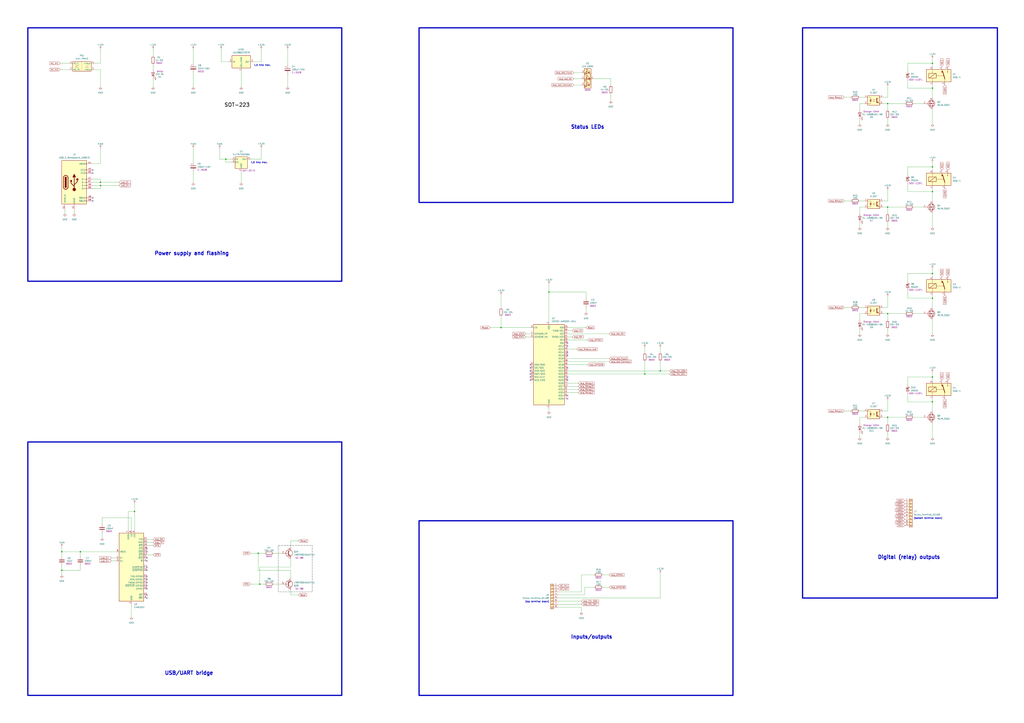
<source format=kicad_sch>
(kicad_sch (version 20250114) (generator "eeschema") (generator_version "9.0")
  (paper "A1")
  (title_block (title "ESP32-box") (date "2025-07-07") (rev "1b") (company "Tiny Devices"))
  (rectangle (start 344.17 427.99) (end 601.98 571.5) (stroke (width 1)))
  (rectangle (start 344.17 22.86) (end 601.98 166.37) (stroke (width 1)))
  (rectangle (start 659.13 22.86) (end 819.15 491.49) (stroke (width 1)))
  (rectangle (start 22.86 22.86) (end 280.67 231.14) (stroke (width 1)))
  (rectangle (start 22.86 363.22) (end 280.67 571.5) (stroke (width 1)))
  (rectangle (start 228.6 448.31) (end 256.54 486.41) (stroke (width 0) (type dash) (color 0 0 0 1)))
  (text "Digital (relay) outputs" (at 746.506 457.962 0) (effects (font (size 3 3) (thickness 0.6) (bold yes))))
  (text "USB/UART bridge" (at 155.194 553.212 0) (effects (font (size 3 3) (thickness 0.6) (bold yes))))
  (text "Power supply and flashing" (at 157.48 208.28 0) (effects (font (size 3 3) (thickness 0.6) (bold yes))))
  (text "(bottom terminal block)" (at 762.254 425.958 0) (effects (font (size 1.27 1.27) (thickness 0.254) (bold yes))))
  (text "Status LEDs" (at 482.6 104.394 0) (effects (font (size 3 3) (thickness 0.6) (bold yes))))
  (text "Inputs/outputs" (at 485.902 523.494 0) (effects (font (size 3 3) (thickness 0.6) (bold yes))))
  (text "SOT-223" (at 184.15 88.138 0) (effects (font (size 3 3) (thickness 0.4) (bold yes)) (justify left bottom)))
  (text "1.5 Amp max." (at 215.392 53.594 0) (effects (font (size 1.27 1.27) (thickness 0.254) (bold yes))))
  (text "(top terminal block)" (at 441.198 494.538 0) (effects (font (size 1.27 1.27) (thickness 0.254) (bold yes))))
  (text "1.0 Amp max." (at 212.852 133.604 0) (effects (font (size 1.27 1.27) (thickness 0.254) (bold yes))))
  (junction (at 450.85 240.03))
  (junction (at 50.8 453.39))
  (junction (at 765.81 72.39))
  (junction (at 82.55 149.86))
  (junction (at 50.8 468.63))
  (junction (at 213.36 480.06))
  (junction (at 185.42 130.81))
  (junction (at 728.98 170.18))
  (junction (at 765.81 157.48))
  (junction (at 542.29 304.8))
  (junction (at 728.98 342.9))
  (junction (at 765.81 330.2))
  (junction (at 529.59 307.34))
  (junction (at 765.81 224.79))
  (junction (at 212.09 454.66))
  (junction (at 765.81 137.16))
  (junction (at 110.49 420.37))
  (junction (at 765.81 52.07))
  (junction (at 728.98 257.81))
  (junction (at 411.48 269.24))
  (junction (at 66.04 453.39))
  (junction (at 728.98 85.09))
  (junction (at 765.81 309.88))
  (junction (at 765.81 245.11))
  (junction (at 82.55 152.4))
  (no_connect (at 435.61 304.8))
  (no_connect (at 120.65 450.85))
  (no_connect (at 76.2 165.1))
  (no_connect (at 435.61 309.88))
  (no_connect (at 435.61 307.34))
  (no_connect (at 466.09 325.12))
  (no_connect (at 76.2 162.56))
  (no_connect (at 120.65 461.01))
  (no_connect (at 120.65 483.87))
  (no_connect (at 120.65 488.95))
  (no_connect (at 120.65 473.71))
  (no_connect (at 120.65 466.09))
  (no_connect (at 120.65 476.25))
  (no_connect (at 435.61 299.72))
  (no_connect (at 466.09 281.94))
  (no_connect (at 120.65 458.47))
  (no_connect (at 120.65 453.39))
  (no_connect (at 435.61 312.42))
  (no_connect (at 466.09 292.1))
  (no_connect (at 76.2 142.24))
  (no_connect (at 435.61 302.26))
  (no_connect (at 466.09 309.88))
  (no_connect (at 76.2 139.7))
  (no_connect (at 466.09 284.48))
  (no_connect (at 466.09 327.66))
  (no_connect (at 466.09 312.42))
  (no_connect (at 120.65 468.63))
  (no_connect (at 120.65 481.33))
  (no_connect (at 466.09 302.26))
  (no_connect (at 120.65 478.79))
  (no_connect (at 120.65 491.49))
  (no_connect (at 466.09 289.56))
  (wire (pts (xy 728.98 156.21) (xy 728.98 165.1)))
  (wire (pts (xy 471.17 64.77) (xy 477.52 64.77)))
  (wire (pts (xy 76.2 134.62) (xy 82.55 134.62)))
  (wire (pts (xy 450.85 240.03) (xy 450.85 264.16)))
  (wire (pts (xy 480.06 488.95) (xy 480.06 482.6)))
  (wire (pts (xy 728.98 337.82) (xy 725.17 337.82)))
  (wire (pts (xy 745.49 309.88) (xy 765.81 309.88)))
  (wire (pts (xy 765.81 52.07) (xy 765.81 54.61)))
  (wire (pts (xy 50.8 457.2) (xy 50.8 453.39)))
  (wire (pts (xy 549.91 307.34) (xy 529.59 307.34)))
  (wire (pts (xy 473.71 287.02) (xy 466.09 287.02)))
  (wire (pts (xy 745.49 151.13) (xy 745.49 157.48)))
  (wire (pts (xy 125.73 445.77) (xy 120.65 445.77)))
  (wire (pts (xy 458.47 491.49) (xy 542.29 491.49)))
  (wire (pts (xy 205.74 454.66) (xy 212.09 454.66)))
  (wire (pts (xy 205.74 480.06) (xy 213.36 480.06)))
  (wire (pts (xy 224.79 480.06) (xy 231.14 480.06)))
  (wire (pts (xy 180.34 130.81) (xy 180.34 121.92)))
  (wire (pts (xy 82.55 149.86) (xy 97.79 149.86)))
  (wire (pts (xy 474.98 314.96) (xy 466.09 314.96)))
  (wire (pts (xy 471.17 59.69) (xy 477.52 59.69)))
  (wire (pts (xy 450.85 233.68) (xy 450.85 240.03)))
  (wire (pts (xy 66.04 453.39) (xy 66.04 457.2)))
  (wire (pts (xy 212.09 468.63) (xy 212.09 454.66)))
  (wire (pts (xy 50.8 468.63) (xy 50.8 464.82)))
  (wire (pts (xy 542.29 471.17) (xy 542.29 491.49)))
  (wire (pts (xy 745.49 52.07) (xy 765.81 52.07)))
  (wire (pts (xy 765.81 274.32) (xy 765.81 262.89)))
  (wire (pts (xy 765.81 186.69) (xy 765.81 175.26)))
  (wire (pts (xy 745.49 224.79) (xy 765.81 224.79)))
  (wire (pts (xy 765.81 224.79) (xy 765.81 227.33)))
  (wire (pts (xy 765.81 245.11) (xy 765.81 252.73)))
  (wire (pts (xy 105.41 420.37) (xy 110.49 420.37)))
  (wire (pts (xy 728.98 71.12) (xy 728.98 80.01)))
  (wire (pts (xy 50.8 472.44) (xy 50.8 468.63)))
  (wire (pts (xy 471.17 69.85) (xy 477.52 69.85)))
  (wire (pts (xy 745.49 330.2) (xy 765.81 330.2)))
  (wire (pts (xy 745.49 323.85) (xy 745.49 330.2)))
  (wire (pts (xy 728.98 170.18) (xy 742.95 170.18)))
  (wire (pts (xy 458.47 496.57) (xy 477.52 496.57)))
  (wire (pts (xy 213.36 466.09) (xy 213.36 480.06)))
  (wire (pts (xy 474.98 322.58) (xy 466.09 322.58)))
  (wire (pts (xy 765.81 72.39) (xy 765.81 80.01)))
  (wire (pts (xy 181.61 50.8) (xy 181.61 40.64)))
  (wire (pts (xy 765.81 133.35) (xy 765.81 137.16)))
  (wire (pts (xy 480.06 482.6) (xy 487.68 482.6)))
  (wire (pts (xy 481.33 269.24) (xy 466.09 269.24)))
  (wire (pts (xy 107.95 506.73) (xy 107.95 496.57)))
  (wire (pts (xy 529.59 297.18) (xy 529.59 307.34)))
  (wire (pts (xy 706.12 97.79) (xy 706.12 101.6)))
  (wire (pts (xy 82.55 147.32) (xy 82.55 149.86)))
  (wire (pts (xy 745.49 137.16) (xy 765.81 137.16)))
  (wire (pts (xy 500.38 294.64) (xy 466.09 294.64)))
  (wire (pts (xy 238.76 488.95) (xy 238.76 485.14)))
  (wire (pts (xy 745.49 143.51) (xy 745.49 137.16)))
  (wire (pts (xy 728.98 257.81) (xy 728.98 262.89)))
  (wire (pts (xy 91.44 458.47) (xy 95.25 458.47)))
  (wire (pts (xy 91.44 461.01) (xy 95.25 461.01)))
  (wire (pts (xy 213.36 480.06) (xy 217.17 480.06)))
  (wire (pts (xy 693.42 252.73) (xy 698.5 252.73)))
  (wire (pts (xy 765.81 242.57) (xy 765.81 245.11)))
  (wire (pts (xy 765.81 359.41) (xy 765.81 347.98)))
  (wire (pts (xy 238.76 459.74) (xy 238.76 466.09)))
  (wire (pts (xy 214.63 130.81) (xy 205.74 130.81)))
  (wire (pts (xy 728.98 80.01) (xy 725.17 80.01)))
  (wire (pts (xy 469.9 271.78) (xy 466.09 271.78)))
  (wire (pts (xy 458.47 499.11) (xy 477.52 499.11)))
  (wire (pts (xy 236.22 53.34) (xy 236.22 40.64)))
  (wire (pts (xy 474.98 317.5) (xy 466.09 317.5)))
  (wire (pts (xy 238.76 468.63) (xy 212.09 468.63)))
  (wire (pts (xy 110.49 414.02) (xy 110.49 420.37)))
  (wire (pts (xy 50.8 453.39) (xy 66.04 453.39)))
  (wire (pts (xy 765.81 306.07) (xy 765.81 309.88)))
  (wire (pts (xy 706.12 85.09) (xy 706.12 90.17)))
  (wire (pts (xy 481.33 240.03) (xy 450.85 240.03)))
  (wire (pts (xy 728.98 257.81) (xy 742.95 257.81)))
  (wire (pts (xy 765.81 327.66) (xy 765.81 330.2)))
  (wire (pts (xy 728.98 186.69) (xy 728.98 182.88)))
  (wire (pts (xy 765.81 69.85) (xy 765.81 72.39)))
  (wire (pts (xy 212.09 454.66) (xy 217.17 454.66)))
  (wire (pts (xy 76.2 149.86) (xy 82.55 149.86)))
  (wire (pts (xy 76.2 147.32) (xy 82.55 147.32)))
  (wire (pts (xy 750.57 342.9) (xy 758.19 342.9)))
  (wire (pts (xy 728.98 359.41) (xy 728.98 355.6)))
  (wire (pts (xy 750.57 85.09) (xy 758.19 85.09)))
  (wire (pts (xy 477.52 486.41) (xy 477.52 472.44)))
  (wire (pts (xy 458.47 486.41) (xy 477.52 486.41)))
  (wire (pts (xy 158.75 121.92) (xy 158.75 133.35)))
  (wire (pts (xy 83.82 438.15) (xy 83.82 441.96)))
  (wire (pts (xy 76.2 152.4) (xy 82.55 152.4)))
  (wire (pts (xy 238.76 444.5) (xy 238.76 449.58)))
  (wire (pts (xy 125.73 455.93) (xy 120.65 455.93)))
  (wire (pts (xy 728.98 165.1) (xy 725.17 165.1)))
  (wire (pts (xy 728.98 274.32) (xy 728.98 270.51)))
  (wire (pts (xy 542.29 297.18) (xy 542.29 304.8)))
  (wire (pts (xy 245.11 488.95) (xy 238.76 488.95)))
  (wire (pts (xy 469.9 276.86) (xy 466.09 276.86)))
  (wire (pts (xy 745.49 231.14) (xy 745.49 224.79)))
  (wire (pts (xy 60.96 175.26) (xy 60.96 172.72)))
  (wire (pts (xy 745.49 238.76) (xy 745.49 245.11)))
  (wire (pts (xy 706.12 257.81) (xy 709.93 257.81)))
  (wire (pts (xy 709.93 252.73) (xy 706.12 252.73)))
  (wire (pts (xy 549.91 304.8) (xy 542.29 304.8)))
  (wire (pts (xy 765.81 309.88) (xy 765.81 312.42)))
  (wire (pts (xy 728.98 170.18) (xy 728.98 175.26)))
  (wire (pts (xy 474.98 320.04) (xy 466.09 320.04)))
  (wire (pts (xy 765.81 48.26) (xy 765.81 52.07)))
  (wire (pts (xy 77.47 57.15) (xy 82.55 57.15)))
  (wire (pts (xy 706.12 170.18) (xy 706.12 175.26)))
  (wire (pts (xy 66.04 464.82) (xy 66.04 468.63)))
  (wire (pts (xy 158.75 40.64) (xy 158.75 52.07)))
  (wire (pts (xy 82.55 134.62) (xy 82.55 121.92)))
  (wire (pts (xy 198.12 149.86) (xy 198.12 140.97)))
  (wire (pts (xy 66.04 468.63) (xy 50.8 468.63)))
  (wire (pts (xy 125.73 448.31) (xy 120.65 448.31)))
  (wire (pts (xy 765.81 220.98) (xy 765.81 224.79)))
  (wire (pts (xy 82.55 152.4) (xy 82.55 154.94)))
  (wire (pts (xy 458.47 488.95) (xy 480.06 488.95)))
  (wire (pts (xy 431.8 274.32) (xy 435.61 274.32)))
  (wire (pts (xy 214.63 121.92) (xy 214.63 130.81)))
  (wire (pts (xy 728.98 252.73) (xy 725.17 252.73)))
  (wire (pts (xy 745.49 58.42) (xy 745.49 52.07)))
  (wire (pts (xy 745.49 316.23) (xy 745.49 309.88)))
  (wire (pts (xy 76.2 154.94) (xy 82.55 154.94)))
  (wire (pts (xy 82.55 52.07) (xy 77.47 52.07)))
  (wire (pts (xy 477.52 472.44) (xy 487.68 472.44)))
  (wire (pts (xy 750.57 257.81) (xy 758.19 257.81)))
  (wire (pts (xy 198.12 71.12) (xy 198.12 58.42)))
  (wire (pts (xy 745.49 245.11) (xy 765.81 245.11)))
  (wire (pts (xy 728.98 85.09) (xy 728.98 90.17)))
  (wire (pts (xy 745.49 72.39) (xy 765.81 72.39)))
  (wire (pts (xy 706.12 170.18) (xy 709.93 170.18)))
  (wire (pts (xy 458.47 494.03) (xy 477.52 494.03)))
  (wire (pts (xy 706.12 182.88) (xy 706.12 186.69)))
  (wire (pts (xy 765.81 330.2) (xy 765.81 337.82)))
  (wire (pts (xy 238.76 466.09) (xy 213.36 466.09)))
  (wire (pts (xy 482.6 299.72) (xy 466.09 299.72)))
  (wire (pts (xy 125.73 53.34) (xy 125.73 57.15)))
  (wire (pts (xy 765.81 157.48) (xy 765.81 165.1)))
  (wire (pts (xy 706.12 270.51) (xy 706.12 274.32)))
  (wire (pts (xy 501.65 77.47) (xy 501.65 82.55)))
  (wire (pts (xy 693.42 165.1) (xy 698.5 165.1)))
  (wire (pts (xy 236.22 60.96) (xy 236.22 71.12)))
  (wire (pts (xy 706.12 257.81) (xy 706.12 262.89)))
  (wire (pts (xy 487.68 64.77) (xy 501.65 64.77)))
  (wire (pts (xy 725.17 342.9) (xy 728.98 342.9)))
  (wire (pts (xy 185.42 133.35) (xy 185.42 130.81)))
  (wire (pts (xy 66.04 453.39) (xy 95.25 453.39)))
  (wire (pts (xy 709.93 165.1) (xy 706.12 165.1)))
  (wire (pts (xy 728.98 342.9) (xy 742.95 342.9)))
  (wire (pts (xy 477.52 499.11) (xy 477.52 502.92)))
  (wire (pts (xy 745.49 66.04) (xy 745.49 72.39)))
  (wire (pts (xy 53.34 175.26) (xy 53.34 172.72)))
  (wire (pts (xy 500.38 472.44) (xy 495.3 472.44)))
  (wire (pts (xy 187.96 50.8) (xy 181.61 50.8)))
  (wire (pts (xy 529.59 285.75) (xy 529.59 289.56)))
  (wire (pts (xy 224.79 454.66) (xy 231.14 454.66)))
  (wire (pts (xy 411.48 242.57) (xy 411.48 252.73)))
  (wire (pts (xy 82.55 40.64) (xy 82.55 52.07)))
  (wire (pts (xy 402.59 269.24) (xy 411.48 269.24)))
  (wire (pts (xy 500.38 274.32) (xy 466.09 274.32)))
  (wire (pts (xy 693.42 80.01) (xy 698.5 80.01)))
  (wire (pts (xy 82.55 152.4) (xy 97.79 152.4)))
  (wire (pts (xy 245.11 444.5) (xy 238.76 444.5)))
  (wire (pts (xy 725.17 85.09) (xy 728.98 85.09)))
  (wire (pts (xy 709.93 337.82) (xy 706.12 337.82)))
  (wire (pts (xy 50.8 449.58) (xy 50.8 453.39)))
  (wire (pts (xy 709.93 80.01) (xy 706.12 80.01)))
  (wire (pts (xy 158.75 59.69) (xy 158.75 71.12)))
  (wire (pts (xy 481.33 240.03) (xy 481.33 245.11)))
  (wire (pts (xy 542.29 285.75) (xy 542.29 289.56)))
  (wire (pts (xy 495.3 482.6) (xy 500.38 482.6)))
  (wire (pts (xy 431.8 276.86) (xy 435.61 276.86)))
  (wire (pts (xy 765.81 154.94) (xy 765.81 157.48)))
  (wire (pts (xy 125.73 64.77) (xy 125.73 71.12)))
  (wire (pts (xy 214.63 40.64) (xy 214.63 50.8)))
  (wire (pts (xy 107.95 425.45) (xy 83.82 425.45)))
  (wire (pts (xy 693.42 337.82) (xy 698.5 337.82)))
  (wire (pts (xy 49.53 57.15) (xy 57.15 57.15)))
  (wire (pts (xy 745.49 157.48) (xy 765.81 157.48)))
  (wire (pts (xy 500.38 297.18) (xy 466.09 297.18)))
  (wire (pts (xy 529.59 307.34) (xy 466.09 307.34)))
  (wire (pts (xy 214.63 50.8) (xy 208.28 50.8)))
  (wire (pts (xy 725.17 170.18) (xy 728.98 170.18)))
  (wire (pts (xy 185.42 130.81) (xy 180.34 130.81)))
  (wire (pts (xy 411.48 269.24) (xy 435.61 269.24)))
  (wire (pts (xy 481.33 252.73) (xy 481.33 256.54)))
  (wire (pts (xy 542.29 304.8) (xy 466.09 304.8)))
  (wire (pts (xy 450.85 337.82) (xy 450.85 335.28)))
  (wire (pts (xy 765.81 137.16) (xy 765.81 139.7)))
  (wire (pts (xy 238.76 474.98) (xy 238.76 468.63)))
  (wire (pts (xy 125.73 40.64) (xy 125.73 45.72)))
  (wire (pts (xy 765.81 101.6) (xy 765.81 90.17)))
  (wire (pts (xy 725.17 257.81) (xy 728.98 257.81)))
  (wire (pts (xy 728.98 85.09) (xy 742.95 85.09)))
  (wire (pts (xy 82.55 57.15) (xy 82.55 71.12)))
  (wire (pts (xy 706.12 342.9) (xy 709.93 342.9)))
  (wire (pts (xy 482.6 279.4) (xy 466.09 279.4)))
  (wire (pts (xy 728.98 243.84) (xy 728.98 252.73)))
  (wire (pts (xy 190.5 130.81) (xy 185.42 130.81)))
  (wire (pts (xy 706.12 342.9) (xy 706.12 347.98)))
  (wire (pts (xy 728.98 342.9) (xy 728.98 347.98)))
  (wire (pts (xy 728.98 101.6) (xy 728.98 97.79)))
  (wire (pts (xy 125.73 443.23) (xy 120.65 443.23)))
  (wire (pts (xy 83.82 425.45) (xy 83.82 430.53)))
  (wire (pts (xy 110.49 420.37) (xy 110.49 435.61)))
  (wire (pts (xy 750.57 170.18) (xy 758.19 170.18)))
  (wire (pts (xy 49.53 52.07) (xy 57.15 52.07)))
  (wire (pts (xy 107.95 435.61) (xy 107.95 425.45)))
  (wire (pts (xy 411.48 260.35) (xy 411.48 269.24)))
  (wire (pts (xy 706.12 85.09) (xy 709.93 85.09)))
  (wire (pts (xy 501.65 64.77) (xy 501.65 69.85)))
  (wire (pts (xy 728.98 328.93) (xy 728.98 337.82)))
  (wire (pts (xy 706.12 355.6) (xy 706.12 359.41)))
  (wire (pts (xy 105.41 435.61) (xy 105.41 420.37)))
  (wire (pts (xy 190.5 133.35) (xy 185.42 133.35)))
  (wire (pts (xy 158.75 149.86) (xy 158.75 140.97)))
  (global_label "RTS" (shape input) (at 125.73 448.31 0) (property "Intersheetrefs" "${INTERSHEET_REFS}" (effects (hide yes))))
  (global_label "AC_in1" (shape input) (at 458.47 481.33 0) (property "Intersheetrefs" "${INTERSHEET_REFS}" (effects (hide yes))))
  (global_label "NO2" (shape input) (at 778.51 139.7 90) (property "Intersheetrefs" "${INTERSHEET_REFS}" (effects (hide yes))))
  (global_label "NO3" (shape input) (at 778.51 227.33 90) (property "Intersheetrefs" "${INTERSHEET_REFS}" (effects (hide yes))))
  (global_label "COM3" (shape input) (at 775.97 242.57 270) (property "Intersheetrefs" "${INTERSHEET_REFS}" (effects (hide yes))))
  (global_label "Boot" (shape input) (at 481.33 269.24 0) (property "Intersheetrefs" "${INTERSHEET_REFS}" (effects (hide yes))))
  (global_label "NO2" (shape input) (at 742.95 416.56 180) (property "Intersheetrefs" "${INTERSHEET_REFS}" (effects (hide yes))))
  (global_label "esp_Relay4" (shape input) (at 693.42 337.82 180) (property "Intersheetrefs" "${INTERSHEET_REFS}" (effects (hide yes))))
  (global_label "esp_led_Connect" (shape input) (at 471.17 69.85 180) (property "Intersheetrefs" "${INTERSHEET_REFS}" (effects (hide yes))))
  (global_label "NO4" (shape input) (at 742.95 426.72 180) (property "Intersheetrefs" "${INTERSHEET_REFS}" (effects (hide yes))))
  (global_label "esp_led_Connect" (shape input) (at 500.38 297.18 0) (property "Intersheetrefs" "${INTERSHEET_REFS}" (effects (hide yes))))
  (global_label "esp_i2c_SCL" (shape input) (at 477.52 496.57 0) (property "Intersheetrefs" "${INTERSHEET_REFS}" (effects (hide yes))))
  (global_label "esp_Status_Led" (shape input) (at 473.71 287.02 0) (property "Intersheetrefs" "${INTERSHEET_REFS}" (effects (hide yes))))
  (global_label "NC4" (shape input) (at 773.43 312.42 90) (property "Intersheetrefs" "${INTERSHEET_REFS}" (effects (hide yes))))
  (global_label "NO1" (shape input) (at 742.95 411.48 180) (property "Intersheetrefs" "${INTERSHEET_REFS}" (effects (hide yes))))
  (global_label "NC2" (shape input) (at 773.43 139.7 90) (property "Intersheetrefs" "${INTERSHEET_REFS}" (effects (hide yes))))
  (global_label "usb_D+" (shape input) (at 97.79 152.4 0) (property "Intersheetrefs" "${INTERSHEET_REFS}" (effects (hide yes))))
  (global_label "esp_RX" (shape input) (at 125.73 443.23 0) (property "Intersheetrefs" "${INTERSHEET_REFS}" (effects (hide yes))))
  (global_label "Reset" (shape input) (at 245.11 444.5 0) (property "Intersheetrefs" "${INTERSHEET_REFS}" (effects (hide yes))))
  (global_label "NO3" (shape input) (at 742.95 421.64 180) (property "Intersheetrefs" "${INTERSHEET_REFS}" (effects (hide yes))))
  (global_label "RTS" (shape input) (at 205.74 480.06 180) (property "Intersheetrefs" "${INTERSHEET_REFS}" (effects (hide yes))))
  (global_label "esp_i2c_SCL" (shape input) (at 549.91 307.34 0) (property "Intersheetrefs" "${INTERSHEET_REFS}" (effects (hide yes))))
  (global_label "COM4" (shape input) (at 775.97 327.66 270) (property "Intersheetrefs" "${INTERSHEET_REFS}" (effects (hide yes))))
  (global_label "esp_i2c_SDA" (shape input) (at 549.91 304.8 0) (property "Intersheetrefs" "${INTERSHEET_REFS}" (effects (hide yes))))
  (global_label "esp_GPIO18" (shape input) (at 482.6 299.72 0) (property "Intersheetrefs" "${INTERSHEET_REFS}" (effects (hide yes))))
  (global_label "esp_Ain3" (shape input) (at 431.8 274.32 180) (property "Intersheetrefs" "${INTERSHEET_REFS}" (effects (hide yes))))
  (global_label "usb_D+" (shape input) (at 91.44 461.01 180) (property "Intersheetrefs" "${INTERSHEET_REFS}" (effects (hide yes))))
  (global_label "esp_led_Fault" (shape input) (at 471.17 59.69 180) (property "Intersheetrefs" "${INTERSHEET_REFS}" (effects (hide yes))))
  (global_label "usb_D-" (shape input) (at 91.44 458.47 180) (property "Intersheetrefs" "${INTERSHEET_REFS}" (effects (hide yes))))
  (global_label "AC_in2" (shape input) (at 49.53 57.15 180) (property "Intersheetrefs" "${INTERSHEET_REFS}" (effects (hide yes))))
  (global_label "COM2" (shape input) (at 775.97 154.94 270) (property "Intersheetrefs" "${INTERSHEET_REFS}" (effects (hide yes))))
  (global_label "esp_Relay2" (shape input) (at 474.98 322.58 0) (property "Intersheetrefs" "${INTERSHEET_REFS}" (effects (hide yes))))
  (global_label "esp_GPIO4" (shape input) (at 500.38 472.44 0) (property "Intersheetrefs" "${INTERSHEET_REFS}" (effects (hide yes))))
  (global_label "esp_Relay1" (shape input) (at 474.98 320.04 0) (property "Intersheetrefs" "${INTERSHEET_REFS}" (effects (hide yes))))
  (global_label "NO1" (shape input) (at 778.51 54.61 90) (property "Intersheetrefs" "${INTERSHEET_REFS}" (effects (hide yes))))
  (global_label "COM1" (shape input) (at 775.97 69.85 270) (property "Intersheetrefs" "${INTERSHEET_REFS}" (effects (hide yes))))
  (global_label "usb_D-" (shape input) (at 97.79 149.86 0) (property "Intersheetrefs" "${INTERSHEET_REFS}" (effects (hide yes))))
  (global_label "esp_TX" (shape input) (at 125.73 445.77 0) (property "Intersheetrefs" "${INTERSHEET_REFS}" (effects (hide yes))))
  (global_label "esp_GPIO4" (shape input) (at 482.6 279.4 0) (property "Intersheetrefs" "${INTERSHEET_REFS}" (effects (hide yes))))
  (global_label "esp_Ain4" (shape input) (at 431.8 276.86 180) (property "Intersheetrefs" "${INTERSHEET_REFS}" (effects (hide yes))))
  (global_label "esp_RX" (shape input) (at 469.9 276.86 0) (property "Intersheetrefs" "${INTERSHEET_REFS}" (effects (hide yes))))
  (global_label "NC1" (shape input) (at 773.43 54.61 90) (property "Intersheetrefs" "${INTERSHEET_REFS}" (effects (hide yes))))
  (global_label "esp_Relay3" (shape input) (at 474.98 317.5 0) (property "Intersheetrefs" "${INTERSHEET_REFS}" (effects (hide yes))))
  (global_label "esp_led_Ok" (shape input) (at 500.38 274.32 0) (property "Intersheetrefs" "${INTERSHEET_REFS}" (effects (hide yes))))
  (global_label "esp_Relay1" (shape input) (at 693.42 80.01 180) (property "Intersheetrefs" "${INTERSHEET_REFS}" (effects (hide yes))))
  (global_label "COM1" (shape input) (at 742.95 414.02 180) (property "Intersheetrefs" "${INTERSHEET_REFS}" (effects (hide yes))))
  (global_label "AC_in1" (shape input) (at 49.53 52.07 180) (property "Intersheetrefs" "${INTERSHEET_REFS}" (effects (hide yes))))
  (global_label "NC3" (shape input) (at 773.43 227.33 90) (property "Intersheetrefs" "${INTERSHEET_REFS}" (effects (hide yes))))
  (global_label "esp_i2c_SDA" (shape input) (at 477.52 494.03 0) (property "Intersheetrefs" "${INTERSHEET_REFS}" (effects (hide yes))))
  (global_label "esp_GPIO18" (shape input) (at 500.38 482.6 0) (property "Intersheetrefs" "${INTERSHEET_REFS}" (effects (hide yes))))
  (global_label "esp_Relay3" (shape input) (at 693.42 252.73 180) (property "Intersheetrefs" "${INTERSHEET_REFS}" (effects (hide yes))))
  (global_label "esp_led_Fault" (shape input) (at 500.38 294.64 0) (property "Intersheetrefs" "${INTERSHEET_REFS}" (effects (hide yes))))
  (global_label "esp_led_Ok" (shape input) (at 471.17 64.77 180) (property "Intersheetrefs" "${INTERSHEET_REFS}" (effects (hide yes))))
  (global_label "Boot" (shape input) (at 245.11 488.95 0) (property "Intersheetrefs" "${INTERSHEET_REFS}" (effects (hide yes))))
  (global_label "COM4" (shape input) (at 742.95 429.26 180) (property "Intersheetrefs" "${INTERSHEET_REFS}" (effects (hide yes))))
  (global_label "COM2" (shape input) (at 742.95 419.1 180) (property "Intersheetrefs" "${INTERSHEET_REFS}" (effects (hide yes))))
  (global_label "DTR" (shape input) (at 205.74 454.66 180) (property "Intersheetrefs" "${INTERSHEET_REFS}" (effects (hide yes))))
  (global_label "NO4" (shape input) (at 778.51 312.42 90) (property "Intersheetrefs" "${INTERSHEET_REFS}" (effects (hide yes))))
  (global_label "DTR" (shape input) (at 125.73 455.93 0) (property "Intersheetrefs" "${INTERSHEET_REFS}" (effects (hide yes))))
  (global_label "esp_Relay4" (shape input) (at 474.98 314.96 0) (property "Intersheetrefs" "${INTERSHEET_REFS}" (effects (hide yes))))
  (global_label "COM3" (shape input) (at 742.95 424.18 180) (property "Intersheetrefs" "${INTERSHEET_REFS}" (effects (hide yes))))
  (global_label "esp_Relay2" (shape input) (at 693.42 165.1 180) (property "Intersheetrefs" "${INTERSHEET_REFS}" (effects (hide yes))))
  (global_label "NC4" (shape input) (at 742.95 431.8 180) (property "Intersheetrefs" "${INTERSHEET_REFS}" (effects (hide yes))))
  (global_label "esp_TX" (shape input) (at 469.9 271.78 0) (property "Intersheetrefs" "${INTERSHEET_REFS}" (effects (hide yes))))
  (global_label "AC_in2" (shape input) (at 458.47 483.87 0) (property "Intersheetrefs" "${INTERSHEET_REFS}" (effects (hide yes))))
  (global_label "Reset" (shape input) (at 402.59 269.24 180) (property "Intersheetrefs" "${INTERSHEET_REFS}" (effects (hide yes))))
  (symbol (lib_id "power:GND") (at 450.85 337.82 0) (unit 1)
    (property "Reference" "#PWR021" (effects (hide yes)))
    (property "Value" "GND" (at 450.85 342.9 0))
  )
  (symbol (lib_id "power:GND") (at 706.12 274.32 0) (unit 1)
    (property "Reference" "#PWR046" (effects (hide yes)))
    (property "Value" "GND" (at 706.12 279.4 0))
  )
  (symbol (lib_id "Device:C_Polarized") (at 236.22 57.15 0) (unit 1)
    (property "Reference" "C4" (at 239.522 54.61 0) (effects (justify left)))
    (property "Value" "100uF/10V" (at 239.522 57.15 0) (effects (justify left)))
    (property "Footprint" "Capacitor_Tantalum_SMD:CP_EIA-3528-21_Kemet-B" (effects (hide yes)))
    (property "Description" "Polarized capacitor" (effects (hide yes)))
    (property "LCSC part" "C122271" (effects (hide yes)))
    (property "Manufacturer" "Kemet" (effects (hide yes)))
    (property "Package" "C-3528" (at 243.586 59.5631 0))
  )
  (symbol (lib_id "power:GND") (at 481.33 256.54 0) (unit 1)
    (property "Reference" "#PWR020" (effects (hide yes)))
    (property "Value" "GND" (at 481.33 261.62 0))
  )
  (symbol (lib_id "power:+3.3V") (at 728.98 156.21 0) (unit 1)
    (property "Reference" "#PWR038" (effects (hide yes)))
    (property "Value" "+3.3V" (at 728.98 152.4 0))
  )
  (symbol (lib_id "power:GND") (at 728.98 274.32 0) (unit 1)
    (property "Reference" "#PWR047" (effects (hide yes)))
    (property "Value" "GND" (at 728.98 279.4 0))
  )
  (symbol (lib_id "Transistor_FET:IRLML2060") (at 763.27 342.9 0) (unit 1)
    (property "Reference" "Q6" (at 769.62 341.6299 0) (effects (justify left)))
    (property "Value" "IRLML2502" (at 769.62 344.1699 0) (effects (justify left)))
    (property "Footprint" "Package_TO_SOT_SMD:SOT-23" (effects (hide yes)))
    (property "LCSC part" "C347503" (effects (hide yes)))
    (property "Manufacturer" "UMW" (effects (hide yes)))
  )
  (symbol (lib_name "+3.3V_1") (lib_id "power:+3.3V") (at 214.63 40.64 0) (unit 1)
    (property "Reference" "#PWR05" (effects (hide yes)))
    (property "Value" "+3.3V" (at 214.63 36.83 0))
  )
  (symbol (lib_id "Isolator:PC817") (at 717.55 82.55 0) (unit 1)
    (property "Reference" "U4" (at 717.55 73.66 0))
    (property "Value" "EL357" (at 717.55 76.2 0))
    (property "Footprint" "footprints:C42381015_EL357_L4.4-W4.1-P2.54-LS7.0-TL" (effects (hide yes)))
    (property "LCSC part" "C42381015" (effects (hide yes)))
    (property "Manufacturer" "Everlight Elec" (effects (hide yes)))
  )
  (symbol (lib_id "power:+3.3V") (at 765.81 220.98 0) (unit 1)
    (property "Reference" "#PWR042" (effects (hide yes)))
    (property "Value" "+12V" (at 765.81 217.17 0))
  )
  (symbol (lib_id "Transistor_FET:IRLML2060") (at 763.27 170.18 0) (unit 1)
    (property "Reference" "Q4" (at 769.62 168.9099 0) (effects (justify left)))
    (property "Value" "IRLML2502" (at 769.62 171.4499 0) (effects (justify left)))
    (property "Footprint" "Package_TO_SOT_SMD:SOT-23" (effects (hide yes)))
    (property "LCSC part" "C347503" (effects (hide yes)))
    (property "Manufacturer" "UMW" (effects (hide yes)))
  )
  (symbol (lib_id "power:GND") (at 706.12 101.6 0) (unit 1)
    (property "Reference" "#PWR034" (effects (hide yes)))
    (property "Value" "GND" (at 706.12 106.68 0))
  )
  (symbol (lib_id "power:GND") (at 765.81 359.41 0) (unit 1)
    (property "Reference" "#PWR053" (effects (hide yes)))
    (property "Value" "GND" (at 765.81 364.49 0))
  )
  (symbol (lib_id "Connector:Screw_Terminal_01x08") (at 453.39 488.95 0) (mirror y) (unit 1) (in_bom no)
    (property "Reference" "J6" (at 450.85 488.9499 0) (effects (justify left)))
    (property "Value" "Screw_Terminal_01x08" (at 450.85 491.4899 0) (effects (justify left)))
    (property "Footprint" "TerminalBlock_RND:TerminalBlock_RND_205-00238_1x08_P5.08mm_Horizontal" (effects (hide yes)))
    (property "Description" "Generic screw terminal, single row, 01x08, script generated (kicad-library-utils/schlib/autogen/connector/)" (effects (hide yes)))
  )
  (symbol (lib_id "power:+5VP") (at 180.34 121.92 0) (unit 1)
    (property "Reference" "#PWR054" (effects (hide yes)))
    (property "Value" "Vusb" (at 180.34 118.11 0))
  )
  (symbol (lib_id "power:+3.3V") (at 728.98 328.93 0) (unit 1)
    (property "Reference" "#PWR050" (effects (hide yes)))
    (property "Value" "+3.3V" (at 728.98 325.12 0))
  )
  (symbol (lib_id "Transistor_FET:IRLML2060") (at 763.27 85.09 0) (unit 1)
    (property "Reference" "Q3" (at 769.62 83.8199 0) (effects (justify left)))
    (property "Value" "IRLML2502" (at 769.62 86.3599 0) (effects (justify left)))
    (property "Footprint" "Package_TO_SOT_SMD:SOT-23" (effects (hide yes)))
    (property "LCSC part" "C347503" (effects (hide yes)))
    (property "Manufacturer" "UMW" (effects (hide yes)))
  )
  (symbol (lib_id "power:GND") (at 107.95 506.73 0) (unit 1)
    (property "Reference" "#PWR030" (effects (hide yes)))
    (property "Value" "GND" (at 107.95 511.81 0))
  )
  (symbol (lib_name "+3.3V_1") (lib_id "power:+3.3V") (at 236.22 40.64 0) (unit 1)
    (property "Reference" "#PWR023" (effects (hide yes)))
    (property "Value" "+3.3V" (at 236.22 36.83 0))
  )
  (symbol (lib_id "Device:R") (at 746.76 85.09 90) (unit 1)
    (property "Reference" "R11" (at 746.76 80.772 90))
    (property "Value" "1k-5%" (at 746.76 82.804 90))
    (property "Footprint" "Resistor_SMD:R_0603_1608Metric" (effects (hide yes)))
    (property "LCSC part" "C2907113" (effects (hide yes)))
    (property "Manufacturer" "FOJAN" (effects (hide yes)))
    (property "Package" "0603" (at 746.76 87.376 90))
  )
  (symbol (lib_id "power:+3.3V") (at 181.61 40.64 0) (unit 1)
    (property "Reference" "#PWR03" (effects (hide yes)))
    (property "Value" "+12V" (at 181.61 36.83 0))
  )
  (symbol (lib_id "Device:R") (at 491.49 472.44 270) (unit 1)
    (property "Reference" "R16" (at 491.49 468.122 90))
    (property "Value" "100" (at 491.49 470.154 90))
    (property "Footprint" "Resistor_SMD:R_0603_1608Metric" (effects (hide yes)))
    (property "LCSC part" "C2907089" (effects (hide yes)))
    (property "Manufacturer" "FOJAN" (effects (hide yes)))
    (property "Package" "0603" (at 491.49 474.726 90))
  )
  (symbol (lib_id "Device:R") (at 728.98 93.98 180) (unit 1)
    (property "Reference" "R12" (at 734.568 91.948 0))
    (property "Value" "10k-5%" (at 734.568 93.98 0))
    (property "Footprint" "Resistor_SMD:R_0603_1608Metric" (effects (hide yes)))
    (property "LCSC part" "C25804" (effects (hide yes)))
    (property "Manufacturer" "UNI-ROYAL(Uniroyal Elec)" (effects (hide yes)))
    (property "Package" "0603" (at 734.568 96.266 0))
  )
  (symbol (lib_id "Device:C") (at 66.04 461.01 180) (unit 1)
    (property "Reference" "C7" (at 71.882 458.724 0))
    (property "Value" "100nF" (at 72.39 461.01 0))
    (property "Footprint" "Capacitor_SMD:C_0603_1608Metric" (effects (hide yes)))
    (property "LCSC part" "C1591" (effects (hide yes)))
    (property "Manufacturer" "Samsung Electro-Mechanics" (effects (hide yes)))
    (property "Package" "0603" (at 71.882 463.296 0))
  )
  (symbol (lib_id "Connector:USB_C_Receptacle_USB2.0") (at 60.96 149.86 0) (unit 1)
    (property "Reference" "J2" (at 60.96 127 0))
    (property "Value" "USB_C_Receptacle_USB2.0" (at 60.96 129.54 0))
    (property "Footprint" "footprints:C3151749_USB_TYPE-C_Vertical" (effects (hide yes)))
    (property "Datasheet" "https://www.usb.org/sites/default/files/documents/usb_type-c.zip" (effects (hide yes)))
    (property "LCSC part" "C3151749" (effects (hide yes)))
    (property "Manufacturer" "SHOU HAN" (effects (hide yes)))
  )
  (symbol (lib_id "Transistor_BJT:MMDT3904") (at 236.22 454.66 0) (unit 1)
    (property "Reference" "Q2" (at 241.3 453.39 0) (effects (justify left)))
    (property "Value" "LMBT3904DW1T1G" (at 241.3 455.93 0) (effects (justify left)))
    (property "Footprint" "Package_TO_SOT_SMD:SOT-363_SC-70-6" (effects (hide yes)))
    (property "LCSC part" "C131781" (effects (hide yes)))
    (property "Manufacturer" "LRC" (effects (hide yes)))
    (property "Package" "SC-88" (at 245.872 458.47 0))
  )
  (symbol (lib_id "power:GND") (at 501.65 82.55 0) (unit 1)
    (property "Reference" "#PWR017" (effects (hide yes)))
    (property "Value" "GND" (at 501.65 87.63 0))
  )
  (symbol (lib_id "Device:R") (at 728.98 266.7 180) (unit 1)
    (property "Reference" "R20" (at 734.568 264.668 0))
    (property "Value" "10k-5%" (at 734.568 266.7 0))
    (property "Footprint" "Resistor_SMD:R_0603_1608Metric" (effects (hide yes)))
    (property "LCSC part" "C25804" (effects (hide yes)))
    (property "Manufacturer" "UNI-ROYAL(Uniroyal Elec)" (effects (hide yes)))
    (property "Package" "0603" (at 734.568 268.986 0))
  )
  (symbol (lib_id "Device:R") (at 529.59 293.37 180) (unit 1)
    (property "Reference" "R4" (at 535.178 291.338 0))
    (property "Value" "10k-5%" (at 535.178 293.37 0))
    (property "Footprint" "Resistor_SMD:R_0603_1608Metric" (effects (hide yes)))
    (property "LCSC part" "C25804" (effects (hide yes)))
    (property "Manufacturer" "UNI-ROYAL(Uniroyal Elec)" (effects (hide yes)))
    (property "Package" "0603" (at 535.178 295.656 0))
  )
  (symbol (lib_id "Device:R") (at 746.76 342.9 90) (unit 1)
    (property "Reference" "R22" (at 746.76 338.582 90))
    (property "Value" "1k-5%" (at 746.76 340.614 90))
    (property "Footprint" "Resistor_SMD:R_0603_1608Metric" (effects (hide yes)))
    (property "LCSC part" "C2907113" (effects (hide yes)))
    (property "Manufacturer" "FOJAN" (effects (hide yes)))
    (property "Package" "0603" (at 746.76 345.186 90))
  )
  (symbol (lib_id "Device:C_Polarized") (at 158.75 55.88 0) (unit 1)
    (property "Reference" "C8" (at 162.56 53.7209 0) (effects (justify left)))
    (property "Value" "22uF/16V" (at 162.56 56.2609 0) (effects (justify left)))
    (property "Footprint" "Capacitor_Tantalum_SMD:CP_EIA-6032-20_AVX-F" (effects (hide yes)))
    (property "Description" "Polarized capacitor" (effects (hide yes)))
    (property "LCSC part" "C11376" (effects (hide yes)))
    (property "Manufacturer" "Kyocera AVX" (effects (hide yes)))
    (property "Package" "6032" (at 165.1 58.674 0))
  )
  (symbol (lib_id "power:GND") (at 765.81 101.6 0) (unit 1)
    (property "Reference" "#PWR036" (effects (hide yes)))
    (property "Value" "GND" (at 765.81 106.68 0))
  )
  (symbol (lib_id "Regulator_Linear:TLV75733PDBV") (at 198.12 133.35 0) (unit 1)
    (property "Reference" "U1" (at 198.12 124.46 0))
    (property "Value" "TLV75733PDBV" (at 198.12 127 0))
    (property "Footprint" "Package_TO_SOT_SMD:SOT-23-5" (effects (hide yes)))
    (property "Datasheet" "https://www.ti.com/lit/ds/symlink/tlv757p.pdf" (effects (hide yes)))
    (property "Description" "1A Low IQ Small Size Low Dropout Voltage Regulator, Fixed Output 3.3V, SOT-23-5" (effects (hide yes)))
    (property "LCSC part" "C485517" (effects (hide yes)))
    (property "Manufacturer" "Texas Instruments" (effects (hide yes)))
    (property "Package" "SOT-23-5" (at 204.216 140.208 0))
  )
  (symbol (lib_id "power:+3.3V") (at 728.98 243.84 0) (unit 1)
    (property "Reference" "#PWR044" (effects (hide yes)))
    (property "Value" "+3.3V" (at 728.98 240.03 0))
  )
  (symbol (lib_id "power:GND") (at 158.75 71.12 0) (unit 1)
    (property "Reference" "#PWR08" (effects (hide yes)))
    (property "Value" "GND" (at 158.75 76.2 0))
  )
  (symbol (lib_id "Device:C") (at 83.82 434.34 180) (unit 1)
    (property "Reference" "C5" (at 89.662 432.054 0))
    (property "Value" "100nF" (at 90.17 434.34 0))
    (property "Footprint" "Capacitor_SMD:C_0603_1608Metric" (effects (hide yes)))
    (property "LCSC part" "C1591" (effects (hide yes)))
    (property "Manufacturer" "Samsung Electro-Mechanics" (effects (hide yes)))
    (property "Package" "0603" (at 89.662 436.626 0))
  )
  (symbol (lib_id "RF_Module:ESP32-WROOM-32U") (at 450.85 299.72 0) (unit 1)
    (property "Reference" "U2" (at 452.9933 261.62 0) (effects (justify left)))
    (property "Value" "ESP32-WROOM-32U" (at 452.9933 264.16 0) (effects (justify left)))
    (property "Footprint" "RF_Module:ESP32-WROOM-32U" (effects (hide yes)))
    (property "Datasheet" "https://www.espressif.com/sites/default/files/documentation/esp32-wroom-32d_esp32-wroom-32u_datasheet_en.pdf" (effects (hide yes)))
    (property "Description" "RF Module, ESP32-D0WD SoC, Wi-Fi 802.11b/g/n, Bluetooth, BLE, 32-bit, 2.7-3.6V, external antenna, SMD" (effects (hide yes)))
    (property "LCSC part" "C328062" (effects (hide yes)))
    (property "Manufacturer" "Espressif" (effects (hide yes)))
  )
  (symbol (lib_id "Device:LED") (at 125.73 60.96 90) (unit 1)
    (property "Reference" "D1" (at 131.318 63.246 90))
    (property "Value" "12V Ok" (at 131.064 60.96 90))
    (property "Footprint" "LED_SMD:LED_0603_1608Metric" (effects (hide yes)))
    (property "LCSC part" "C965808" (effects (hide yes)))
    (property "Manufacturer" "XINGLIGHT" (effects (hide yes)))
    (property "Package" "White" (at 131.318 58.674 90))
  )
  (symbol (lib_id "Transistor_FET:IRLML2060") (at 763.27 257.81 0) (unit 1)
    (property "Reference" "Q5" (at 769.62 256.5399 0) (effects (justify left)))
    (property "Value" "IRLML2502" (at 769.62 259.0799 0) (effects (justify left)))
    (property "Footprint" "Package_TO_SOT_SMD:SOT-23" (effects (hide yes)))
    (property "LCSC part" "C347503" (effects (hide yes)))
    (property "Manufacturer" "UMW" (effects (hide yes)))
  )
  (symbol (lib_id "power:+3.3V") (at 110.49 414.02 0) (unit 1)
    (property "Reference" "#PWR022" (effects (hide yes)))
    (property "Value" "+3.3V" (at 110.49 410.21 0))
  )
  (symbol (lib_id "Relay:G5Q-1") (at 770.89 147.32 0) (unit 1)
    (property "Reference" "K2" (at 782.32 146.0499 0) (effects (justify left)))
    (property "Value" "G5Q-1" (at 782.32 148.5899 0) (effects (justify left)))
    (property "Footprint" "footprints:C225715_Omron-G5Q" (effects (hide yes)))
    (property "Datasheet" "https://www.omron.com/ecb/products/pdf/en-g5q.pdf" (effects (hide yes)))
    (property "Description" "Omron G5G relay, Miniature Single Pole, SPDT, 10A" (effects (hide yes)))
  )
  (symbol (lib_id "Device:R") (at 702.31 337.82 270) (unit 1)
    (property "Reference" "R21" (at 702.31 333.502 90))
    (property "Value" "100" (at 702.31 335.534 90))
    (property "Footprint" "Resistor_SMD:R_0603_1608Metric" (effects (hide yes)))
    (property "LCSC part" "C2907089" (effects (hide yes)))
    (property "Manufacturer" "FOJAN" (effects (hide yes)))
    (property "Package" "0603" (at 702.31 340.106 90))
  )
  (symbol (lib_id "Diode:SS34") (at 745.49 147.32 270) (unit 1)
    (property "Reference" "D6" (at 748.03 145.7324 90) (effects (justify left)))
    (property "Value" "DSS34" (at 748.03 148.2724 90) (effects (justify left)))
    (property "Footprint" "footprints:C2923958_DSS34_SOD-123FL" (effects (hide yes)))
    (property "Datasheet" "https://www.vishay.com/docs/88751/ss32.pdf" (effects (hide yes)))
    (property "Description" "40V 3A Schottky Diode, SOD-123FL" (effects (hide yes)))
    (property "LCSC part" "C2923958" (effects (hide yes)))
    (property "Manufacturer" "Jiangsu Changjing Electronics Technology Co., Ltd." (effects (hide yes)))
    (property "Package" "SOD-123FL" (at 752.094 150.622 90))
  )
  (symbol (lib_id "Device:R") (at 746.76 170.18 90) (unit 1)
    (property "Reference" "R14" (at 746.76 165.862 90))
    (property "Value" "1k-5%" (at 746.76 167.894 90))
    (property "Footprint" "Resistor_SMD:R_0603_1608Metric" (effects (hide yes)))
    (property "LCSC part" "C2907113" (effects (hide yes)))
    (property "Manufacturer" "FOJAN" (effects (hide yes)))
    (property "Package" "0603" (at 746.76 172.466 90))
  )
  (symbol (lib_id "power:GND") (at 728.98 101.6 0) (unit 1)
    (property "Reference" "#PWR035" (effects (hide yes)))
    (property "Value" "GND" (at 728.98 106.68 0))
  )
  (symbol (lib_id "power:+3.3V") (at 529.59 285.75 0) (unit 1)
    (property "Reference" "#PWR015" (effects (hide yes)))
    (property "Value" "+3.3V" (at 529.59 281.94 0))
  )
  (symbol (lib_id "Device:R") (at 702.31 252.73 270) (unit 1)
    (property "Reference" "R18" (at 702.31 248.412 90))
    (property "Value" "100" (at 702.31 250.444 90))
    (property "Footprint" "Resistor_SMD:R_0603_1608Metric" (effects (hide yes)))
    (property "LCSC part" "C2907089" (effects (hide yes)))
    (property "Manufacturer" "FOJAN" (effects (hide yes)))
    (property "Package" "0603" (at 702.31 255.016 90))
  )
  (symbol (lib_id "Diode:SS34") (at 745.49 62.23 270) (unit 1)
    (property "Reference" "D4" (at 748.03 60.6424 90) (effects (justify left)))
    (property "Value" "DSS34" (at 748.03 63.1824 90) (effects (justify left)))
    (property "Footprint" "footprints:C2923958_DSS34_SOD-123FL" (effects (hide yes)))
    (property "Datasheet" "https://www.vishay.com/docs/88751/ss32.pdf" (effects (hide yes)))
    (property "Description" "40V 3A Schottky Diode, SOD-123FL" (effects (hide yes)))
    (property "LCSC part" "C2923958" (effects (hide yes)))
    (property "Manufacturer" "Jiangsu Changjing Electronics Technology Co., Ltd." (effects (hide yes)))
    (property "Package" "SOD-123FL" (at 752.094 65.532 90))
  )
  (symbol (lib_id "power:+3.3V") (at 450.85 233.68 0) (unit 1)
    (property "Reference" "#PWR012" (effects (hide yes)))
    (property "Value" "+3.3V" (at 450.85 229.87 0))
  )
  (symbol (lib_id "Device:C") (at 481.33 248.92 180) (unit 1)
    (property "Reference" "C3" (at 486.918 246.38 0))
    (property "Value" "100nF" (at 487.426 248.92 0))
    (property "Footprint" "Capacitor_SMD:C_0603_1608Metric" (effects (hide yes)))
    (property "LCSC part" "C1591" (effects (hide yes)))
    (property "Manufacturer" "Samsung Electro-Mechanics" (effects (hide yes)))
    (property "Package" "0603" (at 486.918 251.46 0))
  )
  (symbol (lib_name "+3.3V_1") (lib_id "power:+3.3V") (at 214.63 121.92 0) (unit 1)
    (property "Reference" "#PWR018" (effects (hide yes)))
    (property "Value" "+3.3V" (at 214.63 118.11 0))
  )
  (symbol (lib_id "power:GND") (at 477.52 502.92 0) (unit 1)
    (property "Reference" "#PWR045" (effects (hide yes)))
    (property "Value" "GND" (at 477.52 508 0))
  )
  (symbol (lib_id "power:GND") (at 706.12 359.41 0) (unit 1)
    (property "Reference" "#PWR051" (effects (hide yes)))
    (property "Value" "GND" (at 706.12 364.49 0))
  )
  (symbol (lib_id "power:GND") (at 765.81 186.69 0) (unit 1)
    (property "Reference" "#PWR041" (effects (hide yes)))
    (property "Value" "GND" (at 765.81 191.77 0))
  )
  (symbol (lib_id "Device:R") (at 501.65 73.66 0) (mirror y) (unit 1)
    (property "Reference" "R3" (at 496.824 71.374 0))
    (property "Value" "1k-5%" (at 496.57 73.66 0))
    (property "Footprint" "Resistor_SMD:R_0603_1608Metric" (effects (hide yes)))
    (property "LCSC part" "C2907113" (effects (hide yes)))
    (property "Manufacturer" "FOJAN" (effects (hide yes)))
    (property "Package" "0603" (at 496.57 75.946 0))
  )
  (symbol (lib_id "Device:R") (at 411.48 256.54 180) (unit 1)
    (property "Reference" "R2" (at 417.068 254.508 0))
    (property "Value" "10k-5%" (at 417.068 256.54 0))
    (property "Footprint" "Resistor_SMD:R_0603_1608Metric" (effects (hide yes)))
    (property "LCSC part" "C25804" (effects (hide yes)))
    (property "Manufacturer" "UNI-ROYAL(Uniroyal Elec)" (effects (hide yes)))
    (property "Package" "0603" (at 417.068 258.826 0))
  )
  (symbol (lib_id "power:GND") (at 83.82 441.96 0) (unit 1)
    (property "Reference" "#PWR024" (effects (hide yes)))
    (property "Value" "GND" (at 83.82 447.04 0))
  )
  (symbol (lib_id "Device:R") (at 125.73 49.53 0) (unit 1)
    (property "Reference" "R1" (at 130.556 47.244 0))
    (property "Value" "1k-5%" (at 130.81 49.53 0))
    (property "Footprint" "Resistor_SMD:R_0603_1608Metric" (effects (hide yes)))
    (property "LCSC part" "C2907113" (effects (hide yes)))
    (property "Manufacturer" "FOJAN" (effects (hide yes)))
    (property "Package" "0603" (at 130.81 51.816 0))
  )
  (symbol (lib_id "power:GND") (at 60.96 175.26 0) (unit 1)
    (property "Reference" "#PWR029" (effects (hide yes)))
    (property "Value" "GND" (at 60.96 180.34 0))
  )
  (symbol (lib_id "Device:R") (at 542.29 293.37 180) (unit 1)
    (property "Reference" "R5" (at 547.878 291.338 0))
    (property "Value" "10k-5%" (at 547.878 293.37 0))
    (property "Footprint" "Resistor_SMD:R_0603_1608Metric" (effects (hide yes)))
    (property "LCSC part" "C25804" (effects (hide yes)))
    (property "Manufacturer" "UNI-ROYAL(Uniroyal Elec)" (effects (hide yes)))
    (property "Package" "0603" (at 547.878 295.656 0))
  )
  (symbol (lib_id "power:GND") (at 706.12 186.69 0) (unit 1)
    (property "Reference" "#PWR039" (effects (hide yes)))
    (property "Value" "GND" (at 706.12 191.77 0))
  )
  (symbol (lib_id "Isolator:PC817") (at 717.55 340.36 0) (unit 1)
    (property "Reference" "U7" (at 717.55 331.47 0))
    (property "Value" "EL357" (at 717.55 334.01 0))
    (property "Footprint" "footprints:C42381015_EL357_L4.4-W4.1-P2.54-LS7.0-TL" (effects (hide yes)))
    (property "LCSC part" "C42381015" (effects (hide yes)))
    (property "Manufacturer" "Everlight Elec" (effects (hide yes)))
  )
  (symbol (lib_id "power:+3.3V") (at 542.29 471.17 0) (unit 1)
    (property "Reference" "#PWR043" (effects (hide yes)))
    (property "Value" "+3.3V" (at 542.29 467.36 0))
  )
  (symbol (lib_id "Device:R") (at 746.76 257.81 90) (unit 1)
    (property "Reference" "R19" (at 746.76 253.492 90))
    (property "Value" "1k-5%" (at 746.76 255.524 90))
    (property "Footprint" "Resistor_SMD:R_0603_1608Metric" (effects (hide yes)))
    (property "LCSC part" "C2907113" (effects (hide yes)))
    (property "Manufacturer" "FOJAN" (effects (hide yes)))
    (property "Package" "0603" (at 746.76 260.096 90))
  )
  (symbol (lib_id "Isolator:PC817") (at 717.55 255.27 0) (unit 1)
    (property "Reference" "U6" (at 717.55 246.38 0))
    (property "Value" "EL357" (at 717.55 248.92 0))
    (property "Footprint" "footprints:C42381015_EL357_L4.4-W4.1-P2.54-LS7.0-TL" (effects (hide yes)))
    (property "LCSC part" "C42381015" (effects (hide yes)))
    (property "Manufacturer" "Everlight Elec" (effects (hide yes)))
  )
  (symbol (lib_id "Converter_ACDC:HLK-PM12") (at 67.31 54.61 0) (unit 1)
    (property "Reference" "PS1" (at 67.31 45.72 0))
    (property "Value" "HLK-PM12" (at 67.31 48.26 0))
    (property "Footprint" "footprints:C209905_HLK-PM12_mod" (effects (hide yes)))
    (property "Datasheet" "https://h.hlktech.com/download/ACDC%E7%94%B5%E6%BA%90%E6%A8%A1%E5%9D%973W%E7%B3%BB%E5%88%97/1/%E6%B5%B7%E5%87%8C%E7%A7%913W%E7%B3%BB%E5%88%97%E7%94%B5%E6%BA%90%E6%A8%A1%E5%9D%97%E8%A7%84%E6%A0%BC%E4%B9%A6V2.8.pdf" (effects (hide yes)))
    (property "Description" "Compact AC/DC board mount power module 3W 12V" (effects (hide yes)))
    (property "LCSC part" "C209905" (effects (hide yes)))
    (property "Manufacturer" "Hi-Link" (effects (hide yes)))
  )
  (symbol (lib_id "Diode:SS34") (at 745.49 320.04 270) (unit 1)
    (property "Reference" "D10" (at 748.03 318.4524 90) (effects (justify left)))
    (property "Value" "DSS34" (at 748.03 320.9924 90) (effects (justify left)))
    (property "Footprint" "footprints:C2923958_DSS34_SOD-123FL" (effects (hide yes)))
    (property "Datasheet" "https://www.vishay.com/docs/88751/ss32.pdf" (effects (hide yes)))
    (property "Description" "40V 3A Schottky Diode, SOD-123FL" (effects (hide yes)))
    (property "LCSC part" "C2923958" (effects (hide yes)))
    (property "Manufacturer" "Jiangsu Changjing Electronics Technology Co., Ltd." (effects (hide yes)))
    (property "Package" "SOD-123FL" (at 752.094 323.342 90))
  )
  (symbol (lib_id "Isolator:PC817") (at 717.55 167.64 0) (unit 1)
    (property "Reference" "U5" (at 717.55 158.75 0))
    (property "Value" "EL357" (at 717.55 161.29 0))
    (property "Footprint" "footprints:C42381015_EL357_L4.4-W4.1-P2.54-LS7.0-TL" (effects (hide yes)))
    (property "LCSC part" "C42381015" (effects (hide yes)))
    (property "Manufacturer" "Everlight Elec" (effects (hide yes)))
  )
  (symbol (lib_id "Device:R") (at 220.98 454.66 270) (unit 1)
    (property "Reference" "R7" (at 220.98 450.342 90))
    (property "Value" "10k-5%" (at 220.98 452.374 90))
    (property "Footprint" "Resistor_SMD:R_0603_1608Metric" (effects (hide yes)))
    (property "LCSC part" "C25804" (effects (hide yes)))
    (property "Manufacturer" "UNI-ROYAL(Uniroyal Elec)" (effects (hide yes)))
    (property "Package" "0603" (at 220.98 457.2 90))
  )
  (symbol (lib_id "Device:R") (at 702.31 165.1 270) (unit 1)
    (property "Reference" "R13" (at 702.31 160.782 90))
    (property "Value" "100" (at 702.31 162.814 90))
    (property "Footprint" "Resistor_SMD:R_0603_1608Metric" (effects (hide yes)))
    (property "LCSC part" "C2907089" (effects (hide yes)))
    (property "Manufacturer" "FOJAN" (effects (hide yes)))
    (property "Package" "0603" (at 702.31 167.386 90))
  )
  (symbol (lib_id "Device:C") (at 50.8 461.01 180) (unit 1)
    (property "Reference" "C6" (at 56.642 458.724 0))
    (property "Value" "10uF" (at 57.15 461.01 0))
    (property "Footprint" "Capacitor_SMD:C_0603_1608Metric" (effects (hide yes)))
    (property "LCSC part" "C19702" (effects (hide yes)))
    (property "Manufacturer" "Samsung Electro-Mechanics" (effects (hide yes)))
    (property "Package" "0603" (at 56.642 463.296 0))
  )
  (symbol (lib_id "power:+3.3V") (at 542.29 285.75 0) (unit 1)
    (property "Reference" "#PWR016" (effects (hide yes)))
    (property "Value" "+3.3V" (at 542.29 281.94 0))
  )
  (symbol (lib_id "Device:C_Polarized") (at 158.75 137.16 0) (unit 1)
    (property "Reference" "C9" (at 162.052 134.62 0) (effects (justify left)))
    (property "Value" "100uF/10V" (at 162.052 137.16 0) (effects (justify left)))
    (property "Footprint" "Capacitor_Tantalum_SMD:CP_EIA-3528-21_Kemet-B" (effects (hide yes)))
    (property "Description" "Polarized capacitor" (effects (hide yes)))
    (property "LCSC part" "C122271" (effects (hide yes)))
    (property "Manufacturer" "Kemet" (effects (hide yes)))
    (property "Package" "C-3528" (at 166.116 139.5731 0))
  )
  (symbol (lib_id "power:GND") (at 198.12 71.12 0) (unit 1)
    (property "Reference" "#PWR09" (effects (hide yes)))
    (property "Value" "GND" (at 198.12 76.2 0))
  )
  (symbol (lib_id "Relay:G5Q-1") (at 770.89 234.95 0) (unit 1)
    (property "Reference" "K3" (at 782.32 233.6799 0) (effects (justify left)))
    (property "Value" "G5Q-1" (at 782.32 236.2199 0) (effects (justify left)))
    (property "Footprint" "footprints:C225715_Omron-G5Q" (effects (hide yes)))
    (property "Datasheet" "https://www.omron.com/ecb/products/pdf/en-g5q.pdf" (effects (hide yes)))
    (property "Description" "Omron G5G relay, Miniature Single Pole, SPDT, 10A" (effects (hide yes)))
  )
  (symbol (lib_id "power:GND") (at 728.98 359.41 0) (unit 1)
    (property "Reference" "#PWR052" (effects (hide yes)))
    (property "Value" "GND" (at 728.98 364.49 0))
  )
  (symbol (lib_id "Device:R") (at 220.98 480.06 270) (unit 1)
    (property "Reference" "R8" (at 220.98 475.742 90))
    (property "Value" "10k-5%" (at 220.98 477.774 90))
    (property "Footprint" "Resistor_SMD:R_0603_1608Metric" (effects (hide yes)))
    (property "LCSC part" "C25804" (effects (hide yes)))
    (property "Manufacturer" "UNI-ROYAL(Uniroyal Elec)" (effects (hide yes)))
    (property "Package" "0603" (at 220.98 482.6 90))
  )
  (symbol (lib_id "power:GND") (at 198.12 149.86 0) (unit 1)
    (property "Reference" "#PWR011" (effects (hide yes)))
    (property "Value" "GND" (at 198.12 154.94 0))
  )
  (symbol (lib_id "power:GND") (at 125.73 71.12 0) (unit 1)
    (property "Reference" "#PWR010" (effects (hide yes)))
    (property "Value" "GND" (at 125.73 76.2 0))
  )
  (symbol (lib_id "power:+5VP") (at 158.75 121.92 0) (unit 1)
    (property "Reference" "#PWR055" (effects (hide yes)))
    (property "Value" "Vusb" (at 158.75 118.11 0))
  )
  (symbol (lib_id "power:GND") (at 158.75 149.86 0) (unit 1)
    (property "Reference" "#PWR019" (effects (hide yes)))
    (property "Value" "GND" (at 158.75 154.94 0))
  )
  (symbol (lib_id "power:+3.3V") (at 125.73 40.64 0) (unit 1)
    (property "Reference" "#PWR01" (effects (hide yes)))
    (property "Value" "+12V" (at 125.73 36.83 0))
  )
  (symbol (lib_id "Relay:G5Q-1") (at 770.89 62.23 0) (unit 1)
    (property "Reference" "K1" (at 782.32 60.9599 0) (effects (justify left)))
    (property "Value" "G5Q-1" (at 782.32 63.4999 0) (effects (justify left)))
    (property "Footprint" "footprints:C225715_Omron-G5Q" (effects (hide yes)))
    (property "Datasheet" "https://www.omron.com/ecb/products/pdf/en-g5q.pdf" (effects (hide yes)))
    (property "Description" "Omron G5G relay, Miniature Single Pole, SPDT, 10A" (effects (hide yes)))
  )
  (symbol (lib_id "Device:LED") (at 706.12 179.07 90) (unit 1)
    (property "Reference" "D7" (at 715.772 181.356 90))
    (property "Value" "XL-1608UOC-06" (at 716.534 179.07 90))
    (property "Footprint" "LED_SMD:LED_0603_1608Metric" (effects (hide yes)))
    (property "LCSC part" "C434425" (effects (hide yes)))
    (property "Manufacturer" "Yongyu Photoelectric" (effects (hide yes)))
    (property "Package" "Orange 10mA" (at 715.518 176.784 90))
  )
  (symbol (lib_id "power:+3.3V") (at 411.48 242.57 0) (unit 1)
    (property "Reference" "#PWR013" (effects (hide yes)))
    (property "Value" "+3.3V" (at 411.48 238.76 0))
  )
  (symbol (lib_id "power:+5VP") (at 50.8 449.58 0) (unit 1)
    (property "Reference" "#PWR026" (effects (hide yes)))
    (property "Value" "Vusb" (at 50.8 445.77 0))
  )
  (symbol (lib_id "power:GND") (at 53.34 175.26 0) (unit 1)
    (property "Reference" "#PWR028" (effects (hide yes)))
    (property "Value" "GND" (at 53.34 180.34 0))
  )
  (symbol (lib_id "power:GND") (at 765.81 274.32 0) (unit 1)
    (property "Reference" "#PWR048" (effects (hide yes)))
    (property "Value" "GND" (at 765.81 279.4 0))
  )
  (symbol (lib_id "power:GND") (at 236.22 71.12 0) (unit 1)
    (property "Reference" "#PWR014" (effects (hide yes)))
    (property "Value" "GND" (at 236.22 76.2 0))
  )
  (symbol (lib_id "Device:R") (at 491.49 482.6 270) (unit 1)
    (property "Reference" "R17" (at 491.49 478.282 90))
    (property "Value" "100" (at 491.49 480.314 90))
    (property "Footprint" "Resistor_SMD:R_0603_1608Metric" (effects (hide yes)))
    (property "LCSC part" "C2907089" (effects (hide yes)))
    (property "Manufacturer" "FOJAN" (effects (hide yes)))
    (property "Package" "0603" (at 491.49 484.886 90))
  )
  (symbol (lib_id "power:+5VP") (at 82.55 121.92 0) (unit 1)
    (property "Reference" "#PWR025" (effects (hide yes)))
    (property "Value" "Vusb" (at 82.55 118.11 0))
  )
  (symbol (lib_id "power:+3.3V") (at 82.55 40.64 0) (unit 1)
    (property "Reference" "#PWR06" (effects (hide yes)))
    (property "Value" "+12V" (at 82.55 36.83 0))
  )
  (symbol (lib_id "Device:R") (at 702.31 80.01 270) (unit 1)
    (property "Reference" "R10" (at 702.31 75.692 90))
    (property "Value" "100" (at 702.31 77.724 90))
    (property "Footprint" "Resistor_SMD:R_0603_1608Metric" (effects (hide yes)))
    (property "LCSC part" "C2907089" (effects (hide yes)))
    (property "Manufacturer" "FOJAN" (effects (hide yes)))
    (property "Package" "0603" (at 702.31 82.296 90))
  )
  (symbol (lib_id "power:+3.3V") (at 158.75 40.64 0) (unit 1)
    (property "Reference" "#PWR02" (effects (hide yes)))
    (property "Value" "+12V" (at 158.75 36.83 0))
  )
  (symbol (lib_id "power:GND") (at 728.98 186.69 0) (unit 1)
    (property "Reference" "#PWR040" (effects (hide yes)))
    (property "Value" "GND" (at 728.98 191.77 0))
  )
  (symbol (lib_id "Connector:Screw_Terminal_01x09") (at 748.03 421.64 0) (unit 1) (in_bom no)
    (property "Reference" "J7" (at 750.57 420.3699 0) (effects (justify left)))
    (property "Value" "Screw_Terminal_01x09" (at 750.57 422.9099 0) (effects (justify left)))
    (property "Footprint" "TerminalBlock_RND:TerminalBlock_RND_205-00239_1x09_P5.08mm_Horizontal" (effects (hide yes)))
    (property "Description" "Generic screw terminal, single row, 01x09, script generated (kicad-library-utils/schlib/autogen/connector/)" (effects (hide yes)))
  )
  (symbol (lib_id "power:+3.3V") (at 765.81 306.07 0) (unit 1)
    (property "Reference" "#PWR049" (effects (hide yes)))
    (property "Value" "+12V" (at 765.81 302.26 0))
  )
  (symbol (lib_id "Device:LED") (at 706.12 266.7 90) (unit 1)
    (property "Reference" "D9" (at 715.772 268.986 90))
    (property "Value" "XL-1608UOC-06" (at 716.534 266.7 90))
    (property "Footprint" "LED_SMD:LED_0603_1608Metric" (effects (hide yes)))
    (property "LCSC part" "C434425" (effects (hide yes)))
    (property "Manufacturer" "Yongyu Photoelectric" (effects (hide yes)))
    (property "Package" "Orange 10mA" (at 715.518 264.414 90))
  )
  (symbol (lib_id "Device:LED") (at 706.12 351.79 90) (unit 1)
    (property "Reference" "D11" (at 715.772 354.076 90))
    (property "Value" "XL-1608UOC-06" (at 716.534 351.79 90))
    (property "Footprint" "LED_SMD:LED_0603_1608Metric" (effects (hide yes)))
    (property "LCSC part" "C434425" (effects (hide yes)))
    (property "Manufacturer" "Yongyu Photoelectric" (effects (hide yes)))
    (property "Package" "Orange 10mA" (at 715.518 349.504 90))
  )
  (symbol (lib_id "Device:LED_GBRK") (at 482.6 64.77 0) (mirror y) (unit 1)
    (property "Reference" "D2" (at 482.6 52.07 0))
    (property "Value" "LED_GBRK" (at 482.6 54.61 0))
    (property "Footprint" "footprints:C273611_RGB_Led_0606" (effects (hide yes)))
    (property "LCSC part" "C273611" (effects (hide yes)))
    (property "Manufacturer" "TOGIALED" (effects (hide yes)))
    (property "Package" "0606" (at 482.6 73.914 0))
  )
  (symbol (lib_id "Diode:SS34") (at 745.49 234.95 270) (unit 1)
    (property "Reference" "D8" (at 748.03 233.3624 90) (effects (justify left)))
    (property "Value" "DSS34" (at 748.03 235.9024 90) (effects (justify left)))
    (property "Footprint" "footprints:C2923958_DSS34_SOD-123FL" (effects (hide yes)))
    (property "Datasheet" "https://www.vishay.com/docs/88751/ss32.pdf" (effects (hide yes)))
    (property "Description" "40V 3A Schottky Diode, SOD-123FL" (effects (hide yes)))
    (property "LCSC part" "C2923958" (effects (hide yes)))
    (property "Manufacturer" "Jiangsu Changjing Electronics Technology Co., Ltd." (effects (hide yes)))
    (property "Package" "SOD-123FL" (at 752.094 238.252 90))
  )
  (symbol (lib_id "Device:LED") (at 706.12 93.98 90) (unit 1)
    (property "Reference" "D5" (at 715.772 96.266 90))
    (property "Value" "XL-1608UOC-06" (at 716.534 93.98 90))
    (property "Footprint" "LED_SMD:LED_0603_1608Metric" (effects (hide yes)))
    (property "LCSC part" "C434425" (effects (hide yes)))
    (property "Manufacturer" "Yongyu Photoelectric" (effects (hide yes)))
    (property "Package" "Orange 10mA" (at 715.518 91.694 90))
  )
  (symbol (lib_id "power:+3.3V") (at 765.81 133.35 0) (unit 1)
    (property "Reference" "#PWR037" (effects (hide yes)))
    (property "Value" "+12V" (at 765.81 129.54 0))
  )
  (symbol (lib_id "Transistor_BJT:MMDT3904") (at 236.22 480.06 0) (mirror x) (unit 2)
    (property "Reference" "Q2" (at 241.3 481.33 0) (effects (justify left)))
    (property "Value" "LMBT3904DW1T1G" (at 241.3 478.79 0) (effects (justify left)))
    (property "Footprint" "Package_TO_SOT_SMD:SOT-363_SC-70-6" (effects (hide yes)))
    (property "LCSC part" "C131781" (effects (hide yes)))
    (property "Manufacturer" "LRC" (effects (hide yes)))
    (property "Package" "SC-88" (at 245.872 483.87 0))
  )
  (symbol (lib_id "Regulator_Linear:LD1086D2T33TR") (at 198.12 50.8 0) (unit 1)
    (property "Reference" "U101" (at 198.12 40.64 0))
    (property "Value" "LD1086DT33TR" (at 198.12 43.18 0))
    (property "Footprint" "Package_TO_SOT_SMD:TO-252-2" (effects (hide yes)))
    (property "Datasheet" "https://www.st.com/resource/en/datasheet/ld1086.pdf" (effects (hide yes)))
    (property "Description" "Positive, 1.5A 30V, Linear Regulator, Fixed Output 3.3V, TO-263" (effects (hide yes)))
    (property "LCSC part" "C12051" (effects (hide yes)))
    (property "Manufacturer" "STMicroelectronics" (effects (hide yes)))
  )
  (symbol (lib_id "power:GND") (at 82.55 71.12 0) (unit 1)
    (property "Reference" "#PWR07" (effects (hide yes)))
    (property "Value" "GND" (at 82.55 76.2 0))
  )
  (symbol (lib_id "Device:R") (at 728.98 351.79 180) (unit 1)
    (property "Reference" "R23" (at 734.568 349.758 0))
    (property "Value" "10k-5%" (at 734.568 351.79 0))
    (property "Footprint" "Resistor_SMD:R_0603_1608Metric" (effects (hide yes)))
    (property "LCSC part" "C25804" (effects (hide yes)))
    (property "Manufacturer" "UNI-ROYAL(Uniroyal Elec)" (effects (hide yes)))
    (property "Package" "0603" (at 734.568 354.076 0))
  )
  (symbol (lib_id "Interface_USB:CH9102F") (at 107.95 466.09 0) (unit 1)
    (property "Reference" "U3" (at 110.0933 496.57 0) (effects (justify left)))
    (property "Value" "CH9102F" (at 110.0933 499.11 0) (effects (justify left)))
    (property "Footprint" "Package_DFN_QFN:QFN-24-1EP_4x4mm_P0.5mm_EP2.6x2.6mm" (effects (hide yes)))
    (property "Datasheet" "http://www.wch-ic.com/downloads/CH9102DS1_PDF.html" (effects (hide yes)))
    (property "Description" "WCH-IC, Single-Chip USB-to-UART Bridge, USB 2.0 Full-Speed, 4Mbps UART, QFN-24" (effects (hide yes)))
    (property "LCSC part" "C2858418" (effects (hide yes)))
    (property "Manufacturer" "WCH(Jiangsu Qin Heng)" (effects (hide yes)))
  )
  (symbol (lib_id "power:+3.3V") (at 765.81 48.26 0) (unit 1)
    (property "Reference" "#PWR032" (effects (hide yes)))
    (property "Value" "+12V" (at 765.81 44.45 0))
  )
  (symbol (lib_id "power:GND") (at 50.8 472.44 0) (unit 1)
    (property "Reference" "#PWR027" (effects (hide yes)))
    (property "Value" "GND" (at 50.8 477.52 0))
  )
  (symbol (lib_id "power:+3.3V") (at 728.98 71.12 0) (unit 1)
    (property "Reference" "#PWR033" (effects (hide yes)))
    (property "Value" "+3.3V" (at 728.98 67.31 0))
  )
  (symbol (lib_id "Device:R") (at 728.98 179.07 180) (unit 1)
    (property "Reference" "R15" (at 734.568 177.038 0))
    (property "Value" "10k-5%" (at 734.568 179.07 0))
    (property "Footprint" "Resistor_SMD:R_0603_1608Metric" (effects (hide yes)))
    (property "LCSC part" "C25804" (effects (hide yes)))
    (property "Manufacturer" "UNI-ROYAL(Uniroyal Elec)" (effects (hide yes)))
    (property "Package" "0603" (at 734.568 181.356 0))
  )
  (symbol (lib_id "Relay:G5Q-1") (at 770.89 320.04 0) (unit 1)
    (property "Reference" "K4" (at 782.32 318.7699 0) (effects (justify left)))
    (property "Value" "G5Q-1" (at 782.32 321.3099 0) (effects (justify left)))
    (property "Footprint" "footprints:C225715_Omron-G5Q" (effects (hide yes)))
    (property "Datasheet" "https://www.omron.com/ecb/products/pdf/en-g5q.pdf" (effects (hide yes)))
    (property "Description" "Omron G5G relay, Miniature Single Pole, SPDT, 10A" (effects (hide yes)))
  )
)
</source>
